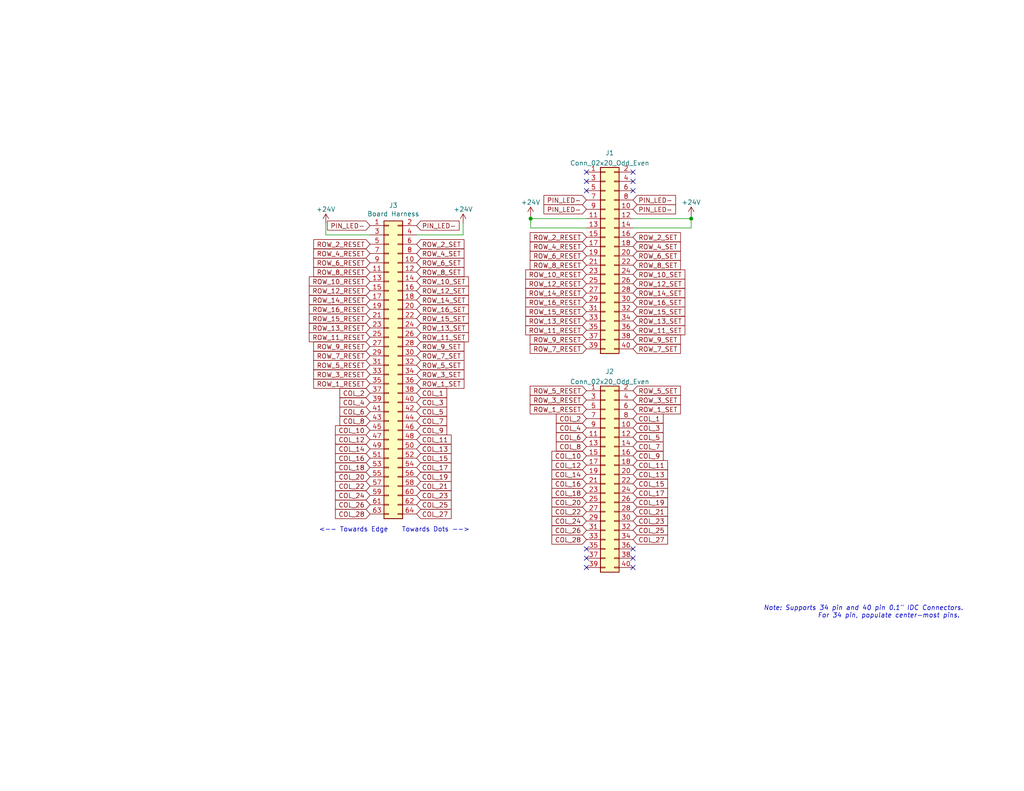
<source format=kicad_sch>
(kicad_sch (version 20211123) (generator eeschema)
  (paper "USLetter")
  (title_block (title "Luminator MAX3000 Ribbon Cable Adapter") (date "2022-08-16") (rev "A"))
  (lib_symbols
    (symbol "Connector_Generic:Conn_02x20_Odd_Even" (pin_names (offset 1.016) hide)
      (property "Reference" "J" (at 1.27 25.4 0))
      (property "Value" "Conn_02x20_Odd_Even" (at 1.27 -27.94 0))
      (symbol "Conn_02x20_Odd_Even_1_1"
        (rectangle (start -1.27 -25.273) (end 0 -25.527) (stroke (width 0.1524)))
        (rectangle (start -1.27 -22.733) (end 0 -22.987) (stroke (width 0.1524)))
        (rectangle (start -1.27 -20.193) (end 0 -20.447) (stroke (width 0.1524)))
        (rectangle (start -1.27 -17.653) (end 0 -17.907) (stroke (width 0.1524)))
        (rectangle (start -1.27 -15.113) (end 0 -15.367) (stroke (width 0.1524)))
        (rectangle (start -1.27 -12.573) (end 0 -12.827) (stroke (width 0.1524)))
        (rectangle (start -1.27 -10.033) (end 0 -10.287) (stroke (width 0.1524)))
        (rectangle (start -1.27 -7.493) (end 0 -7.747) (stroke (width 0.1524)))
        (rectangle (start -1.27 -4.953) (end 0 -5.207) (stroke (width 0.1524)))
        (rectangle (start -1.27 -2.413) (end 0 -2.667) (stroke (width 0.1524)))
        (rectangle (start -1.27 0.127) (end 0 -0.127) (stroke (width 0.1524)))
        (rectangle (start -1.27 2.667) (end 0 2.413) (stroke (width 0.1524)))
        (rectangle (start -1.27 5.207) (end 0 4.953) (stroke (width 0.1524)))
        (rectangle (start -1.27 7.747) (end 0 7.493) (stroke (width 0.1524)))
        (rectangle (start -1.27 10.287) (end 0 10.033) (stroke (width 0.1524)))
        (rectangle (start -1.27 12.827) (end 0 12.573) (stroke (width 0.1524)))
        (rectangle (start -1.27 15.367) (end 0 15.113) (stroke (width 0.1524)))
        (rectangle (start -1.27 17.907) (end 0 17.653) (stroke (width 0.1524)))
        (rectangle (start -1.27 20.447) (end 0 20.193) (stroke (width 0.1524)))
        (rectangle (start -1.27 22.987) (end 0 22.733) (stroke (width 0.1524)))
        (rectangle (start -1.27 24.13) (end 3.81 -26.67) (stroke (width 0.254)) (fill (type background)))
        (rectangle (start 3.81 -25.273) (end 2.54 -25.527) (stroke (width 0.1524)))
        (rectangle (start 3.81 -22.733) (end 2.54 -22.987) (stroke (width 0.1524)))
        (rectangle (start 3.81 -20.193) (end 2.54 -20.447) (stroke (width 0.1524)))
        (rectangle (start 3.81 -17.653) (end 2.54 -17.907) (stroke (width 0.1524)))
        (rectangle (start 3.81 -15.113) (end 2.54 -15.367) (stroke (width 0.1524)))
        (rectangle (start 3.81 -12.573) (end 2.54 -12.827) (stroke (width 0.1524)))
        (rectangle (start 3.81 -10.033) (end 2.54 -10.287) (stroke (width 0.1524)))
        (rectangle (start 3.81 -7.493) (end 2.54 -7.747) (stroke (width 0.1524)))
        (rectangle (start 3.81 -4.953) (end 2.54 -5.207) (stroke (width 0.1524)))
        (rectangle (start 3.81 -2.413) (end 2.54 -2.667) (stroke (width 0.1524)))
        (rectangle (start 3.81 0.127) (end 2.54 -0.127) (stroke (width 0.1524)))
        (rectangle (start 3.81 2.667) (end 2.54 2.413) (stroke (width 0.1524)))
        (rectangle (start 3.81 5.207) (end 2.54 4.953) (stroke (width 0.1524)))
        (rectangle (start 3.81 7.747) (end 2.54 7.493) (stroke (width 0.1524)))
        (rectangle (start 3.81 10.287) (end 2.54 10.033) (stroke (width 0.1524)))
        (rectangle (start 3.81 12.827) (end 2.54 12.573) (stroke (width 0.1524)))
        (rectangle (start 3.81 15.367) (end 2.54 15.113) (stroke (width 0.1524)))
        (rectangle (start 3.81 17.907) (end 2.54 17.653) (stroke (width 0.1524)))
        (rectangle (start 3.81 20.447) (end 2.54 20.193) (stroke (width 0.1524)))
        (rectangle (start 3.81 22.987) (end 2.54 22.733) (stroke (width 0.1524)))
        (pin passive line (at -5.08 22.86 0) (length 3.81) (name "Pin_1") (number "1"))
        (pin passive line (at 7.62 12.7 180) (length 3.81) (name "Pin_10") (number "10"))
        (pin passive line (at -5.08 10.16 0) (length 3.81) (name "Pin_11") (number "11"))
        (pin passive line (at 7.62 10.16 180) (length 3.81) (name "Pin_12") (number "12"))
        (pin passive line (at -5.08 7.62 0) (length 3.81) (name "Pin_13") (number "13"))
        (pin passive line (at 7.62 7.62 180) (length 3.81) (name "Pin_14") (number "14"))
        (pin passive line (at -5.08 5.08 0) (length 3.81) (name "Pin_15") (number "15"))
        (pin passive line (at 7.62 5.08 180) (length 3.81) (name "Pin_16") (number "16"))
        (pin passive line (at -5.08 2.54 0) (length 3.81) (name "Pin_17") (number "17"))
        (pin passive line (at 7.62 2.54 180) (length 3.81) (name "Pin_18") (number "18"))
        (pin passive line (at -5.08 0 0) (length 3.81) (name "Pin_19") (number "19"))
        (pin passive line (at 7.62 22.86 180) (length 3.81) (name "Pin_2") (number "2"))
        (pin passive line (at 7.62 0 180) (length 3.81) (name "Pin_20") (number "20"))
        (pin passive line (at -5.08 -2.54 0) (length 3.81) (name "Pin_21") (number "21"))
        (pin passive line (at 7.62 -2.54 180) (length 3.81) (name "Pin_22") (number "22"))
        (pin passive line (at -5.08 -5.08 0) (length 3.81) (name "Pin_23") (number "23"))
        (pin passive line (at 7.62 -5.08 180) (length 3.81) (name "Pin_24") (number "24"))
        (pin passive line (at -5.08 -7.62 0) (length 3.81) (name "Pin_25") (number "25"))
        (pin passive line (at 7.62 -7.62 180) (length 3.81) (name "Pin_26") (number "26"))
        (pin passive line (at -5.08 -10.16 0) (length 3.81) (name "Pin_27") (number "27"))
        (pin passive line (at 7.62 -10.16 180) (length 3.81) (name "Pin_28") (number "28"))
        (pin passive line (at -5.08 -12.7 0) (length 3.81) (name "Pin_29") (number "29"))
        (pin passive line (at -5.08 20.32 0) (length 3.81) (name "Pin_3") (number "3"))
        (pin passive line (at 7.62 -12.7 180) (length 3.81) (name "Pin_30") (number "30"))
        (pin passive line (at -5.08 -15.24 0) (length 3.81) (name "Pin_31") (number "31"))
        (pin passive line (at 7.62 -15.24 180) (length 3.81) (name "Pin_32") (number "32"))
        (pin passive line (at -5.08 -17.78 0) (length 3.81) (name "Pin_33") (number "33"))
        (pin passive line (at 7.62 -17.78 180) (length 3.81) (name "Pin_34") (number "34"))
        (pin passive line (at -5.08 -20.32 0) (length 3.81) (name "Pin_35") (number "35"))
        (pin passive line (at 7.62 -20.32 180) (length 3.81) (name "Pin_36") (number "36"))
        (pin passive line (at -5.08 -22.86 0) (length 3.81) (name "Pin_37") (number "37"))
        (pin passive line (at 7.62 -22.86 180) (length 3.81) (name "Pin_38") (number "38"))
        (pin passive line (at -5.08 -25.4 0) (length 3.81) (name "Pin_39") (number "39"))
        (pin passive line (at 7.62 20.32 180) (length 3.81) (name "Pin_4") (number "4"))
        (pin passive line (at 7.62 -25.4 180) (length 3.81) (name "Pin_40") (number "40"))
        (pin passive line (at -5.08 17.78 0) (length 3.81) (name "Pin_5") (number "5"))
        (pin passive line (at 7.62 17.78 180) (length 3.81) (name "Pin_6") (number "6"))
        (pin passive line (at -5.08 15.24 0) (length 3.81) (name "Pin_7") (number "7"))
        (pin passive line (at 7.62 15.24 180) (length 3.81) (name "Pin_8") (number "8"))
        (pin passive line (at -5.08 12.7 0) (length 3.81) (name "Pin_9") (number "9"))
      )
    )
    (symbol "Nieto_Connector:Luminator_MAX3000" (pin_names (offset 1.016) hide)
      (property "Reference" "J" (at 1.27 40.64 0))
      (property "Value" "Luminator_MAX3000" (at 1.27 -43.18 0))
      (symbol "Luminator_MAX3000_1_1"
        (rectangle (start -1.27 -40.513) (end 0 -40.767) (stroke (width 0.1524)))
        (rectangle (start -1.27 -37.973) (end 0 -38.227) (stroke (width 0.1524)))
        (rectangle (start -1.27 -35.433) (end 0 -35.687) (stroke (width 0.1524)))
        (rectangle (start -1.27 -32.893) (end 0 -33.147) (stroke (width 0.1524)))
        (rectangle (start -1.27 -30.353) (end 0 -30.607) (stroke (width 0.1524)))
        (rectangle (start -1.27 -27.813) (end 0 -28.067) (stroke (width 0.1524)))
        (rectangle (start -1.27 -25.273) (end 0 -25.527) (stroke (width 0.1524)))
        (rectangle (start -1.27 -22.733) (end 0 -22.987) (stroke (width 0.1524)))
        (rectangle (start -1.27 -20.193) (end 0 -20.447) (stroke (width 0.1524)))
        (rectangle (start -1.27 -17.653) (end 0 -17.907) (stroke (width 0.1524)))
        (rectangle (start -1.27 -15.113) (end 0 -15.367) (stroke (width 0.1524)))
        (rectangle (start -1.27 -12.573) (end 0 -12.827) (stroke (width 0.1524)))
        (rectangle (start -1.27 -10.033) (end 0 -10.287) (stroke (width 0.1524)))
        (rectangle (start -1.27 -7.493) (end 0 -7.747) (stroke (width 0.1524)))
        (rectangle (start -1.27 -4.953) (end 0 -5.207) (stroke (width 0.1524)))
        (rectangle (start -1.27 -2.413) (end 0 -2.667) (stroke (width 0.1524)))
        (rectangle (start -1.27 0.127) (end 0 -0.127) (stroke (width 0.1524)))
        (rectangle (start -1.27 2.667) (end 0 2.413) (stroke (width 0.1524)))
        (rectangle (start -1.27 5.207) (end 0 4.953) (stroke (width 0.1524)))
        (rectangle (start -1.27 7.747) (end 0 7.493) (stroke (width 0.1524)))
        (rectangle (start -1.27 10.287) (end 0 10.033) (stroke (width 0.1524)))
        (rectangle (start -1.27 12.827) (end 0 12.573) (stroke (width 0.1524)))
        (rectangle (start -1.27 15.367) (end 0 15.113) (stroke (width 0.1524)))
        (rectangle (start -1.27 17.907) (end 0 17.653) (stroke (width 0.1524)))
        (rectangle (start -1.27 20.447) (end 0 20.193) (stroke (width 0.1524)))
        (rectangle (start -1.27 22.987) (end 0 22.733) (stroke (width 0.1524)))
        (rectangle (start -1.27 25.527) (end 0 25.273) (stroke (width 0.1524)))
        (rectangle (start -1.27 28.067) (end 0 27.813) (stroke (width 0.1524)))
        (rectangle (start -1.27 30.607) (end 0 30.353) (stroke (width 0.1524)))
        (rectangle (start -1.27 33.147) (end 0 32.893) (stroke (width 0.1524)))
        (rectangle (start -1.27 35.687) (end 0 35.433) (stroke (width 0.1524)))
        (rectangle (start -1.27 38.227) (end 0 37.973) (stroke (width 0.1524)))
        (rectangle (start -1.27 39.37) (end 3.81 -41.91) (stroke (width 0.254)) (fill (type background)))
        (rectangle (start 3.81 -40.513) (end 2.54 -40.767) (stroke (width 0.1524)))
        (rectangle (start 3.81 -37.973) (end 2.54 -38.227) (stroke (width 0.1524)))
        (rectangle (start 3.81 -35.433) (end 2.54 -35.687) (stroke (width 0.1524)))
        (rectangle (start 3.81 -32.893) (end 2.54 -33.147) (stroke (width 0.1524)))
        (rectangle (start 3.81 -30.353) (end 2.54 -30.607) (stroke (width 0.1524)))
        (rectangle (start 3.81 -27.813) (end 2.54 -28.067) (stroke (width 0.1524)))
        (rectangle (start 3.81 -25.273) (end 2.54 -25.527) (stroke (width 0.1524)))
        (rectangle (start 3.81 -22.733) (end 2.54 -22.987) (stroke (width 0.1524)))
        (rectangle (start 3.81 -20.193) (end 2.54 -20.447) (stroke (width 0.1524)))
        (rectangle (start 3.81 -17.653) (end 2.54 -17.907) (stroke (width 0.1524)))
        (rectangle (start 3.81 -15.113) (end 2.54 -15.367) (stroke (width 0.1524)))
        (rectangle (start 3.81 -12.573) (end 2.54 -12.827) (stroke (width 0.1524)))
        (rectangle (start 3.81 -10.033) (end 2.54 -10.287) (stroke (width 0.1524)))
        (rectangle (start 3.81 -7.493) (end 2.54 -7.747) (stroke (width 0.1524)))
        (rectangle (start 3.81 -4.953) (end 2.54 -5.207) (stroke (width 0.1524)))
        (rectangle (start 3.81 -2.413) (end 2.54 -2.667) (stroke (width 0.1524)))
        (rectangle (start 3.81 0.127) (end 2.54 -0.127) (stroke (width 0.1524)))
        (rectangle (start 3.81 2.667) (end 2.54 2.413) (stroke (width 0.1524)))
        (rectangle (start 3.81 5.207) (end 2.54 4.953) (stroke (width 0.1524)))
        (rectangle (start 3.81 7.747) (end 2.54 7.493) (stroke (width 0.1524)))
        (rectangle (start 3.81 10.287) (end 2.54 10.033) (stroke (width 0.1524)))
        (rectangle (start 3.81 12.827) (end 2.54 12.573) (stroke (width 0.1524)))
        (rectangle (start 3.81 15.367) (end 2.54 15.113) (stroke (width 0.1524)))
        (rectangle (start 3.81 17.907) (end 2.54 17.653) (stroke (width 0.1524)))
        (rectangle (start 3.81 20.447) (end 2.54 20.193) (stroke (width 0.1524)))
        (rectangle (start 3.81 22.987) (end 2.54 22.733) (stroke (width 0.1524)))
        (rectangle (start 3.81 25.527) (end 2.54 25.273) (stroke (width 0.1524)))
        (rectangle (start 3.81 28.067) (end 2.54 27.813) (stroke (width 0.1524)))
        (rectangle (start 3.81 30.607) (end 2.54 30.353) (stroke (width 0.1524)))
        (rectangle (start 3.81 33.147) (end 2.54 32.893) (stroke (width 0.1524)))
        (rectangle (start 3.81 35.687) (end 2.54 35.433) (stroke (width 0.1524)))
        (rectangle (start 3.81 38.227) (end 2.54 37.973) (stroke (width 0.1524)))
        (pin passive line (at -5.08 38.1 0) (length 3.81) (name "Pin_1") (number "1"))
        (pin passive line (at 7.62 27.94 180) (length 3.81) (name "Pin_10") (number "10"))
        (pin passive line (at -5.08 25.4 0) (length 3.81) (name "Pin_11") (number "11"))
        (pin passive line (at 7.62 25.4 180) (length 3.81) (name "Pin_12") (number "12"))
        (pin passive line (at -5.08 22.86 0) (length 3.81) (name "Pin_13") (number "13"))
        (pin passive line (at 7.62 22.86 180) (length 3.81) (name "Pin_14") (number "14"))
        (pin passive line (at -5.08 20.32 0) (length 3.81) (name "Pin_15") (number "15"))
        (pin passive line (at 7.62 20.32 180) (length 3.81) (name "Pin_16") (number "16"))
        (pin passive line (at -5.08 17.78 0) (length 3.81) (name "Pin_17") (number "17"))
        (pin passive line (at 7.62 17.78 180) (length 3.81) (name "Pin_18") (number "18"))
        (pin passive line (at -5.08 15.24 0) (length 3.81) (name "Pin_19") (number "19"))
        (pin passive line (at 7.62 38.1 180) (length 3.81) (name "Pin_2") (number "2"))
        (pin passive line (at 7.62 15.24 180) (length 3.81) (name "Pin_20") (number "20"))
        (pin passive line (at -5.08 12.7 0) (length 3.81) (name "Pin_21") (number "21"))
        (pin passive line (at 7.62 12.7 180) (length 3.81) (name "Pin_22") (number "22"))
        (pin passive line (at -5.08 10.16 0) (length 3.81) (name "Pin_23") (number "23"))
        (pin passive line (at 7.62 10.16 180) (length 3.81) (name "Pin_24") (number "24"))
        (pin passive line (at -5.08 7.62 0) (length 3.81) (name "Pin_25") (number "25"))
        (pin passive line (at 7.62 7.62 180) (length 3.81) (name "Pin_26") (number "26"))
        (pin passive line (at -5.08 5.08 0) (length 3.81) (name "Pin_27") (number "27"))
        (pin passive line (at 7.62 5.08 180) (length 3.81) (name "Pin_28") (number "28"))
        (pin passive line (at -5.08 2.54 0) (length 3.81) (name "Pin_29") (number "29"))
        (pin passive line (at -5.08 35.56 0) (length 3.81) (name "Pin_3") (number "3"))
        (pin passive line (at 7.62 2.54 180) (length 3.81) (name "Pin_30") (number "30"))
        (pin passive line (at -5.08 0 0) (length 3.81) (name "Pin_31") (number "31"))
        (pin passive line (at 7.62 0 180) (length 3.81) (name "Pin_32") (number "32"))
        (pin passive line (at -5.08 -2.54 0) (length 3.81) (name "Pin_33") (number "33"))
        (pin passive line (at 7.62 -2.54 180) (length 3.81) (name "Pin_34") (number "34"))
        (pin passive line (at -5.08 -5.08 0) (length 3.81) (name "Pin_35") (number "35"))
        (pin passive line (at 7.62 -5.08 180) (length 3.81) (name "Pin_36") (number "36"))
        (pin passive line (at -5.08 -7.62 0) (length 3.81) (name "Pin_37") (number "37"))
        (pin passive line (at 7.62 -7.62 180) (length 3.81) (name "Pin_38") (number "38"))
        (pin passive line (at -5.08 -10.16 0) (length 3.81) (name "Pin_39") (number "39"))
        (pin passive line (at 7.62 35.56 180) (length 3.81) (name "Pin_4") (number "4"))
        (pin passive line (at 7.62 -10.16 180) (length 3.81) (name "Pin_40") (number "40"))
        (pin passive line (at -5.08 -12.7 0) (length 3.81) (name "Pin_41") (number "41"))
        (pin passive line (at 7.62 -12.7 180) (length 3.81) (name "Pin_42") (number "42"))
        (pin passive line (at -5.08 -15.24 0) (length 3.81) (name "Pin_43") (number "43"))
        (pin passive line (at 7.62 -15.24 180) (length 3.81) (name "Pin_44") (number "44"))
        (pin passive line (at -5.08 -17.78 0) (length 3.81) (name "Pin_45") (number "45"))
        (pin passive line (at 7.62 -17.78 180) (length 3.81) (name "Pin_46") (number "46"))
        (pin passive line (at -5.08 -20.32 0) (length 3.81) (name "Pin_47") (number "47"))
        (pin passive line (at 7.62 -20.32 180) (length 3.81) (name "Pin_48") (number "48"))
        (pin passive line (at -5.08 -22.86 0) (length 3.81) (name "Pin_49") (number "49"))
        (pin passive line (at -5.08 33.02 0) (length 3.81) (name "Pin_5") (number "5"))
        (pin passive line (at 7.62 -22.86 180) (length 3.81) (name "Pin_50") (number "50"))
        (pin passive line (at -5.08 -25.4 0) (length 3.81) (name "Pin_51") (number "51"))
        (pin passive line (at 7.62 -25.4 180) (length 3.81) (name "Pin_52") (number "52"))
        (pin passive line (at -5.08 -27.94 0) (length 3.81) (name "Pin_53") (number "53"))
        (pin passive line (at 7.62 -27.94 180) (length 3.81) (name "Pin_54") (number "54"))
        (pin passive line (at -5.08 -30.48 0) (length 3.81) (name "Pin_55") (number "55"))
        (pin passive line (at 7.62 -30.48 180) (length 3.81) (name "Pin_56") (number "56"))
        (pin passive line (at -5.08 -33.02 0) (length 3.81) (name "Pin_57") (number "57"))
        (pin passive line (at 7.62 -33.02 180) (length 3.81) (name "Pin_58") (number "58"))
        (pin passive line (at -5.08 -35.56 0) (length 3.81) (name "Pin_59") (number "59"))
        (pin passive line (at 7.62 33.02 180) (length 3.81) (name "Pin_6") (number "6"))
        (pin passive line (at 7.62 -35.56 180) (length 3.81) (name "Pin_60") (number "60"))
        (pin passive line (at -5.08 -38.1 0) (length 3.81) (name "Pin_61") (number "61"))
        (pin passive line (at 7.62 -38.1 180) (length 3.81) (name "Pin_62") (number "62"))
        (pin passive line (at -5.08 -40.64 0) (length 3.81) (name "Pin_63") (number "63"))
        (pin passive line (at 7.62 -40.64 180) (length 3.81) (name "Pin_64") (number "64"))
        (pin passive line (at -5.08 30.48 0) (length 3.81) (name "Pin_7") (number "7"))
        (pin passive line (at 7.62 30.48 180) (length 3.81) (name "Pin_8") (number "8"))
        (pin passive line (at -5.08 27.94 0) (length 3.81) (name "Pin_9") (number "9"))
      )
    )
    (symbol "power:+24V" (power) (pin_names (offset 0))
      (property "Value" "+24V" (at 0 3.556 0))
      (symbol "+24V_0_1"
        (polyline (pts (xy -0.762 1.27) (xy 0 2.54)))
        (polyline (pts (xy 0 0) (xy 0 2.54)))
        (polyline (pts (xy 0 2.54) (xy 0.762 1.27)))
      )
      (symbol "+24V_1_1"
        (pin power_in line (at 0 0 90) (length 0) hide (name "+24V") (number "1"))
      )
    )
  )
  (junction (at 188.595 59.69))
  (junction (at 144.78 59.69))
  (no_connect (at 172.72 49.53))
  (no_connect (at 172.72 52.07))
  (no_connect (at 172.72 46.99))
  (no_connect (at 160.02 52.07))
  (no_connect (at 160.02 49.53))
  (no_connect (at 160.02 46.99))
  (no_connect (at 160.02 149.86))
  (no_connect (at 172.72 149.86))
  (no_connect (at 172.72 152.4))
  (no_connect (at 172.72 154.94))
  (no_connect (at 160.02 152.4))
  (no_connect (at 160.02 154.94))
  (wire (pts (xy 144.78 59.69) (xy 160.02 59.69)))
  (wire (pts (xy 126.365 64.135) (xy 113.665 64.135)))
  (wire (pts (xy 144.78 59.055) (xy 144.78 59.69)))
  (wire (pts (xy 144.78 59.69) (xy 144.78 62.23)))
  (wire (pts (xy 172.72 59.69) (xy 188.595 59.69)))
  (wire (pts (xy 188.595 59.055) (xy 188.595 59.69)))
  (wire (pts (xy 88.9 64.135) (xy 100.965 64.135)))
  (wire (pts (xy 172.72 62.23) (xy 188.595 62.23)))
  (wire (pts (xy 88.9 60.96) (xy 88.9 64.135)))
  (wire (pts (xy 188.595 59.69) (xy 188.595 62.23)))
  (wire (pts (xy 144.78 62.23) (xy 160.02 62.23)))
  (wire (pts (xy 126.365 60.96) (xy 126.365 64.135)))
  (text "<-- Towards Edge    Towards Dots -->" (at 86.995 145.415 0) (effects (font (size 1.27 1.27)) (justify left bottom)))
  (text "Note: Supports 34 pin and 40 pin 0.1\" IDC Connectors.\nFor 34 pin, populate center-most pins. " (at 262.89 168.91 0) (effects (font (size 1.27 1.27) italic) (justify right bottom)))
  (global_label "ROW_9_SET" (shape input) (at 113.665 94.615 0) (property "Intersheet References" "${INTERSHEET_REFS}" (effects hide)))
  (global_label "ROW_6_SET" (shape input) (at 172.72 69.85 0) (property "Intersheet References" "${INTERSHEET_REFS}" (effects hide)))
  (global_label "COL_9" (shape input) (at 113.665 117.475 0) (property "Intersheet References" "${INTERSHEET_REFS}" (effects hide)))
  (global_label "ROW_1_RESET" (shape input) (at 100.965 104.775 180) (property "Intersheet References" "${INTERSHEET_REFS}" (effects hide)))
  (global_label "COL_11" (shape input) (at 172.72 127 0) (property "Intersheet References" "${INTERSHEET_REFS}" (effects hide)))
  (global_label "ROW_9_SET" (shape input) (at 172.72 92.71 0) (property "Intersheet References" "${INTERSHEET_REFS}" (effects hide)))
  (global_label "ROW_10_SET" (shape input) (at 172.72 74.93 0) (property "Intersheet References" "${INTERSHEET_REFS}" (effects hide)))
  (global_label "COL_6" (shape input) (at 100.965 112.395 180) (property "Intersheet References" "${INTERSHEET_REFS}" (effects hide)))
  (global_label "ROW_6_RESET" (shape input) (at 160.02 69.85 180) (property "Intersheet References" "${INTERSHEET_REFS}" (effects hide)))
  (global_label "ROW_4_SET" (shape input) (at 172.72 67.31 0) (property "Intersheet References" "${INTERSHEET_REFS}" (effects hide)))
  (global_label "COL_26" (shape input) (at 100.965 137.795 180) (property "Intersheet References" "${INTERSHEET_REFS}" (effects hide)))
  (global_label "COL_23" (shape input) (at 172.72 142.24 0) (property "Intersheet References" "${INTERSHEET_REFS}" (effects hide)))
  (global_label "COL_16" (shape input) (at 160.02 132.08 180) (property "Intersheet References" "${INTERSHEET_REFS}" (effects hide)))
  (global_label "COL_27" (shape input) (at 172.72 147.32 0) (property "Intersheet References" "${INTERSHEET_REFS}" (effects hide)))
  (global_label "COL_16" (shape input) (at 100.965 125.095 180) (property "Intersheet References" "${INTERSHEET_REFS}" (effects hide)))
  (global_label "COL_27" (shape input) (at 113.665 140.335 0) (property "Intersheet References" "${INTERSHEET_REFS}" (effects hide)))
  (global_label "ROW_4_RESET" (shape input) (at 100.965 69.215 180) (property "Intersheet References" "${INTERSHEET_REFS}" (effects hide)))
  (global_label "ROW_11_RESET" (shape input) (at 100.965 92.075 180) (property "Intersheet References" "${INTERSHEET_REFS}" (effects hide)))
  (global_label "ROW_8_SET" (shape input) (at 172.72 72.39 0) (property "Intersheet References" "${INTERSHEET_REFS}" (effects hide)))
  (global_label "COL_19" (shape input) (at 172.72 137.16 0) (property "Intersheet References" "${INTERSHEET_REFS}" (effects hide)))
  (global_label "ROW_4_RESET" (shape input) (at 160.02 67.31 180) (property "Intersheet References" "${INTERSHEET_REFS}" (effects hide)))
  (global_label "ROW_16_SET" (shape input) (at 172.72 82.55 0) (property "Intersheet References" "${INTERSHEET_REFS}" (effects hide)))
  (global_label "COL_24" (shape input) (at 160.02 142.24 180) (property "Intersheet References" "${INTERSHEET_REFS}" (effects hide)))
  (global_label "ROW_1_RESET" (shape input) (at 160.02 111.76 180) (property "Intersheet References" "${INTERSHEET_REFS}" (effects hide)))
  (global_label "ROW_5_SET" (shape input) (at 172.72 106.68 0) (property "Intersheet References" "${INTERSHEET_REFS}" (effects hide)))
  (global_label "ROW_2_SET" (shape input) (at 113.665 66.675 0) (property "Intersheet References" "${INTERSHEET_REFS}" (effects hide)))
  (global_label "COL_2" (shape input) (at 100.965 107.315 180) (property "Intersheet References" "${INTERSHEET_REFS}" (effects hide)))
  (global_label "ROW_6_RESET" (shape input) (at 100.965 71.755 180) (property "Intersheet References" "${INTERSHEET_REFS}" (effects hide)))
  (global_label "ROW_12_RESET" (shape input) (at 100.965 79.375 180) (property "Intersheet References" "${INTERSHEET_REFS}" (effects hide)))
  (global_label "COL_19" (shape input) (at 113.665 130.175 0) (property "Intersheet References" "${INTERSHEET_REFS}" (effects hide)))
  (global_label "ROW_16_SET" (shape input) (at 113.665 84.455 0) (property "Intersheet References" "${INTERSHEET_REFS}" (effects hide)))
  (global_label "ROW_6_SET" (shape input) (at 113.665 71.755 0) (property "Intersheet References" "${INTERSHEET_REFS}" (effects hide)))
  (global_label "ROW_3_SET" (shape input) (at 113.665 102.235 0) (property "Intersheet References" "${INTERSHEET_REFS}" (effects hide)))
  (global_label "PIN_LED-" (shape input) (at 172.72 54.61 0) (property "Intersheet References" "${INTERSHEET_REFS}" (effects hide)))
  (global_label "ROW_16_RESET" (shape input) (at 100.965 84.455 180) (property "Intersheet References" "${INTERSHEET_REFS}" (effects hide)))
  (global_label "ROW_11_RESET" (shape input) (at 160.02 90.17 180) (property "Intersheet References" "${INTERSHEET_REFS}" (effects hide)))
  (global_label "COL_10" (shape input) (at 100.965 117.475 180) (property "Intersheet References" "${INTERSHEET_REFS}" (effects hide)))
  (global_label "COL_21" (shape input) (at 172.72 139.7 0) (property "Intersheet References" "${INTERSHEET_REFS}" (effects hide)))
  (global_label "COL_2" (shape input) (at 160.02 114.3 180) (property "Intersheet References" "${INTERSHEET_REFS}" (effects hide)))
  (global_label "ROW_14_SET" (shape input) (at 172.72 80.01 0) (property "Intersheet References" "${INTERSHEET_REFS}" (effects hide)))
  (global_label "ROW_12_SET" (shape input) (at 172.72 77.47 0) (property "Intersheet References" "${INTERSHEET_REFS}" (effects hide)))
  (global_label "ROW_7_SET" (shape input) (at 113.665 97.155 0) (property "Intersheet References" "${INTERSHEET_REFS}" (effects hide)))
  (global_label "COL_4" (shape input) (at 100.965 109.855 180) (property "Intersheet References" "${INTERSHEET_REFS}" (effects hide)))
  (global_label "ROW_7_RESET" (shape input) (at 160.02 95.25 180) (property "Intersheet References" "${INTERSHEET_REFS}" (effects hide)))
  (global_label "COL_13" (shape input) (at 172.72 129.54 0) (property "Intersheet References" "${INTERSHEET_REFS}" (effects hide)))
  (global_label "ROW_5_RESET" (shape input) (at 160.02 106.68 180) (property "Intersheet References" "${INTERSHEET_REFS}" (effects hide)))
  (global_label "PIN_LED-" (shape input) (at 172.72 57.15 0) (property "Intersheet References" "${INTERSHEET_REFS}" (effects hide)))
  (global_label "ROW_8_RESET" (shape input) (at 160.02 72.39 180) (property "Intersheet References" "${INTERSHEET_REFS}" (effects hide)))
  (global_label "COL_1" (shape input) (at 113.665 107.315 0) (property "Intersheet References" "${INTERSHEET_REFS}" (effects hide)))
  (global_label "COL_28" (shape input) (at 100.965 140.335 180) (property "Intersheet References" "${INTERSHEET_REFS}" (effects hide)))
  (global_label "ROW_15_SET" (shape input) (at 172.72 85.09 0) (property "Intersheet References" "${INTERSHEET_REFS}" (effects hide)))
  (global_label "COL_4" (shape input) (at 160.02 116.84 180) (property "Intersheet References" "${INTERSHEET_REFS}" (effects hide)))
  (global_label "ROW_12_RESET" (shape input) (at 160.02 77.47 180) (property "Intersheet References" "${INTERSHEET_REFS}" (effects hide)))
  (global_label "COL_14" (shape input) (at 160.02 129.54 180) (property "Intersheet References" "${INTERSHEET_REFS}" (effects hide)))
  (global_label "ROW_10_RESET" (shape input) (at 100.965 76.835 180) (property "Intersheet References" "${INTERSHEET_REFS}" (effects hide)))
  (global_label "ROW_13_SET" (shape input) (at 172.72 87.63 0) (property "Intersheet References" "${INTERSHEET_REFS}" (effects hide)))
  (global_label "PIN_LED-" (shape input) (at 100.965 61.595 180) (property "Intersheet References" "${INTERSHEET_REFS}" (effects hide)))
  (global_label "ROW_14_SET" (shape input) (at 113.665 81.915 0) (property "Intersheet References" "${INTERSHEET_REFS}" (effects hide)))
  (global_label "ROW_13_RESET" (shape input) (at 100.965 89.535 180) (property "Intersheet References" "${INTERSHEET_REFS}" (effects hide)))
  (global_label "COL_18" (shape input) (at 100.965 127.635 180) (property "Intersheet References" "${INTERSHEET_REFS}" (effects hide)))
  (global_label "ROW_12_SET" (shape input) (at 113.665 79.375 0) (property "Intersheet References" "${INTERSHEET_REFS}" (effects hide)))
  (global_label "ROW_14_RESET" (shape input) (at 160.02 80.01 180) (property "Intersheet References" "${INTERSHEET_REFS}" (effects hide)))
  (global_label "COL_5" (shape input) (at 113.665 112.395 0) (property "Intersheet References" "${INTERSHEET_REFS}" (effects hide)))
  (global_label "ROW_1_SET" (shape input) (at 172.72 111.76 0) (property "Intersheet References" "${INTERSHEET_REFS}" (effects hide)))
  (global_label "COL_5" (shape input) (at 172.72 119.38 0) (property "Intersheet References" "${INTERSHEET_REFS}" (effects hide)))
  (global_label "COL_9" (shape input) (at 172.72 124.46 0) (property "Intersheet References" "${INTERSHEET_REFS}" (effects hide)))
  (global_label "COL_7" (shape input) (at 172.72 121.92 0) (property "Intersheet References" "${INTERSHEET_REFS}" (effects hide)))
  (global_label "COL_12" (shape input) (at 160.02 127 180) (property "Intersheet References" "${INTERSHEET_REFS}" (effects hide)))
  (global_label "COL_14" (shape input) (at 100.965 122.555 180) (property "Intersheet References" "${INTERSHEET_REFS}" (effects hide)))
  (global_label "COL_8" (shape input) (at 160.02 121.92 180) (property "Intersheet References" "${INTERSHEET_REFS}" (effects hide)))
  (global_label "ROW_4_SET" (shape input) (at 113.665 69.215 0) (property "Intersheet References" "${INTERSHEET_REFS}" (effects hide)))
  (global_label "ROW_7_RESET" (shape input) (at 100.965 97.155 180) (property "Intersheet References" "${INTERSHEET_REFS}" (effects hide)))
  (global_label "COL_3" (shape input) (at 172.72 116.84 0) (property "Intersheet References" "${INTERSHEET_REFS}" (effects hide)))
  (global_label "COL_21" (shape input) (at 113.665 132.715 0) (property "Intersheet References" "${INTERSHEET_REFS}" (effects hide)))
  (global_label "ROW_7_SET" (shape input) (at 172.72 95.25 0) (property "Intersheet References" "${INTERSHEET_REFS}" (effects hide)))
  (global_label "ROW_2_RESET" (shape input) (at 160.02 64.77 180) (property "Intersheet References" "${INTERSHEET_REFS}" (effects hide)))
  (global_label "COL_26" (shape input) (at 160.02 144.78 180) (property "Intersheet References" "${INTERSHEET_REFS}" (effects hide)))
  (global_label "ROW_2_SET" (shape input) (at 172.72 64.77 0) (property "Intersheet References" "${INTERSHEET_REFS}" (effects hide)))
  (global_label "ROW_10_SET" (shape input) (at 113.665 76.835 0) (property "Intersheet References" "${INTERSHEET_REFS}" (effects hide)))
  (global_label "COL_12" (shape input) (at 100.965 120.015 180) (property "Intersheet References" "${INTERSHEET_REFS}" (effects hide)))
  (global_label "ROW_15_RESET" (shape input) (at 100.965 86.995 180) (property "Intersheet References" "${INTERSHEET_REFS}" (effects hide)))
  (global_label "PIN_LED-" (shape input) (at 160.02 57.15 180) (property "Intersheet References" "${INTERSHEET_REFS}" (effects hide)))
  (global_label "ROW_10_RESET" (shape input) (at 160.02 74.93 180) (property "Intersheet References" "${INTERSHEET_REFS}" (effects hide)))
  (global_label "COL_3" (shape input) (at 113.665 109.855 0) (property "Intersheet References" "${INTERSHEET_REFS}" (effects hide)))
  (global_label "COL_24" (shape input) (at 100.965 135.255 180) (property "Intersheet References" "${INTERSHEET_REFS}" (effects hide)))
  (global_label "COL_11" (shape input) (at 113.665 120.015 0) (property "Intersheet References" "${INTERSHEET_REFS}" (effects hide)))
  (global_label "COL_22" (shape input) (at 160.02 139.7 180) (property "Intersheet References" "${INTERSHEET_REFS}" (effects hide)))
  (global_label "ROW_16_RESET" (shape input) (at 160.02 82.55 180) (property "Intersheet References" "${INTERSHEET_REFS}" (effects hide)))
  (global_label "ROW_3_RESET" (shape input) (at 160.02 109.22 180) (property "Intersheet References" "${INTERSHEET_REFS}" (effects hide)))
  (global_label "COL_15" (shape input) (at 113.665 125.095 0) (property "Intersheet References" "${INTERSHEET_REFS}" (effects hide)))
  (global_label "COL_25" (shape input) (at 172.72 144.78 0) (property "Intersheet References" "${INTERSHEET_REFS}" (effects hide)))
  (global_label "COL_23" (shape input) (at 113.665 135.255 0) (property "Intersheet References" "${INTERSHEET_REFS}" (effects hide)))
  (global_label "PIN_LED-" (shape input) (at 113.665 61.595 0) (property "Intersheet References" "${INTERSHEET_REFS}" (effects hide)))
  (global_label "ROW_13_SET" (shape input) (at 113.665 89.535 0) (property "Intersheet References" "${INTERSHEET_REFS}" (effects hide)))
  (global_label "ROW_9_RESET" (shape input) (at 160.02 92.71 180) (property "Intersheet References" "${INTERSHEET_REFS}" (effects hide)))
  (global_label "ROW_5_SET" (shape input) (at 113.665 99.695 0) (property "Intersheet References" "${INTERSHEET_REFS}" (effects hide)))
  (global_label "COL_20" (shape input) (at 100.965 130.175 180) (property "Intersheet References" "${INTERSHEET_REFS}" (effects hide)))
  (global_label "ROW_3_SET" (shape input) (at 172.72 109.22 0) (property "Intersheet References" "${INTERSHEET_REFS}" (effects hide)))
  (global_label "COL_28" (shape input) (at 160.02 147.32 180) (property "Intersheet References" "${INTERSHEET_REFS}" (effects hide)))
  (global_label "ROW_15_RESET" (shape input) (at 160.02 85.09 180) (property "Intersheet References" "${INTERSHEET_REFS}" (effects hide)))
  (global_label "COL_25" (shape input) (at 113.665 137.795 0) (property "Intersheet References" "${INTERSHEET_REFS}" (effects hide)))
  (global_label "ROW_1_SET" (shape input) (at 113.665 104.775 0) (property "Intersheet References" "${INTERSHEET_REFS}" (effects hide)))
  (global_label "ROW_8_SET" (shape input) (at 113.665 74.295 0) (property "Intersheet References" "${INTERSHEET_REFS}" (effects hide)))
  (global_label "COL_20" (shape input) (at 160.02 137.16 180) (property "Intersheet References" "${INTERSHEET_REFS}" (effects hide)))
  (global_label "ROW_13_RESET" (shape input) (at 160.02 87.63 180) (property "Intersheet References" "${INTERSHEET_REFS}" (effects hide)))
  (global_label "COL_18" (shape input) (at 160.02 134.62 180) (property "Intersheet References" "${INTERSHEET_REFS}" (effects hide)))
  (global_label "COL_13" (shape input) (at 113.665 122.555 0) (property "Intersheet References" "${INTERSHEET_REFS}" (effects hide)))
  (global_label "COL_7" (shape input) (at 113.665 114.935 0) (property "Intersheet References" "${INTERSHEET_REFS}" (effects hide)))
  (global_label "PIN_LED-" (shape input) (at 160.02 54.61 180) (property "Intersheet References" "${INTERSHEET_REFS}" (effects hide)))
  (global_label "ROW_14_RESET" (shape input) (at 100.965 81.915 180) (property "Intersheet References" "${INTERSHEET_REFS}" (effects hide)))
  (global_label "COL_22" (shape input) (at 100.965 132.715 180) (property "Intersheet References" "${INTERSHEET_REFS}" (effects hide)))
  (global_label "ROW_11_SET" (shape input) (at 113.665 92.075 0) (property "Intersheet References" "${INTERSHEET_REFS}" (effects hide)))
  (global_label "COL_6" (shape input) (at 160.02 119.38 180) (property "Intersheet References" "${INTERSHEET_REFS}" (effects hide)))
  (global_label "COL_17" (shape input) (at 113.665 127.635 0) (property "Intersheet References" "${INTERSHEET_REFS}" (effects hide)))
  (global_label "COL_10" (shape input) (at 160.02 124.46 180) (property "Intersheet References" "${INTERSHEET_REFS}" (effects hide)))
  (global_label "ROW_5_RESET" (shape input) (at 100.965 99.695 180) (property "Intersheet References" "${INTERSHEET_REFS}" (effects hide)))
  (global_label "COL_8" (shape input) (at 100.965 114.935 180) (property "Intersheet References" "${INTERSHEET_REFS}" (effects hide)))
  (global_label "ROW_8_RESET" (shape input) (at 100.965 74.295 180) (property "Intersheet References" "${INTERSHEET_REFS}" (effects hide)))
  (global_label "ROW_9_RESET" (shape input) (at 100.965 94.615 180) (property "Intersheet References" "${INTERSHEET_REFS}" (effects hide)))
  (global_label "COL_1" (shape input) (at 172.72 114.3 0) (property "Intersheet References" "${INTERSHEET_REFS}" (effects hide)))
  (global_label "ROW_11_SET" (shape input) (at 172.72 90.17 0) (property "Intersheet References" "${INTERSHEET_REFS}" (effects hide)))
  (global_label "ROW_3_RESET" (shape input) (at 100.965 102.235 180) (property "Intersheet References" "${INTERSHEET_REFS}" (effects hide)))
  (global_label "ROW_2_RESET" (shape input) (at 100.965 66.675 180) (property "Intersheet References" "${INTERSHEET_REFS}" (effects hide)))
  (global_label "ROW_15_SET" (shape input) (at 113.665 86.995 0) (property "Intersheet References" "${INTERSHEET_REFS}" (effects hide)))
  (global_label "COL_17" (shape input) (at 172.72 134.62 0) (property "Intersheet References" "${INTERSHEET_REFS}" (effects hide)))
  (global_label "COL_15" (shape input) (at 172.72 132.08 0) (property "Intersheet References" "${INTERSHEET_REFS}" (effects hide)))
  (symbol (lib_id "Connector_Generic:Conn_02x20_Odd_Even") (at 165.1 129.54 0) (unit 1)
    (property "Reference" "J2" (at 166.37 101.4435 0))
    (property "Value" "Conn_02x20_Odd_Even" (at 166.37 104.2186 0))
    (property "Footprint" "Connector_IDC:IDC-Header_2x20_P2.54mm_Vertical" (effects hide))
  )
  (symbol (lib_id "power:+24V") (at 88.9 60.96 0) (unit 1)
    (property "Reference" "#PWR0238" (effects hide))
    (property "Value" "+24V" (at 88.9 57.15 0))
  )
  (symbol (lib_id "power:+24V") (at 188.595 59.055 0) (mirror y) (unit 1)
    (property "Reference" "#PWR02" (effects hide))
    (property "Value" "+24V" (at 188.595 55.245 0))
  )
  (symbol (lib_id "power:+24V") (at 126.365 60.96 0) (mirror y) (unit 1)
    (property "Reference" "#PWR0237" (effects hide))
    (property "Value" "+24V" (at 126.365 57.15 0))
  )
  (symbol (lib_id "Nieto_Connector:Luminator_MAX3000") (at 106.045 99.695 0) (unit 1)
    (property "Reference" "J3" (at 107.315 56.0832 0))
    (property "Value" "Board Harness" (at 107.315 58.3946 0))
    (property "Footprint" "Nieto_Connector:Luminator_MAX3000" (effects hide))
  )
  (symbol (lib_id "power:+24V") (at 144.78 59.055 0) (unit 1)
    (property "Reference" "#PWR01" (effects hide))
    (property "Value" "+24V" (at 144.78 55.245 0))
  )
  (symbol (lib_id "Connector_Generic:Conn_02x20_Odd_Even") (at 165.1 69.85 0) (unit 1)
    (property "Reference" "J1" (at 166.37 41.7535 0))
    (property "Value" "Conn_02x20_Odd_Even" (at 166.37 44.5286 0))
    (property "Footprint" "Connector_IDC:IDC-Header_2x20_P2.54mm_Vertical" (effects hide))
  )
)
</source>
